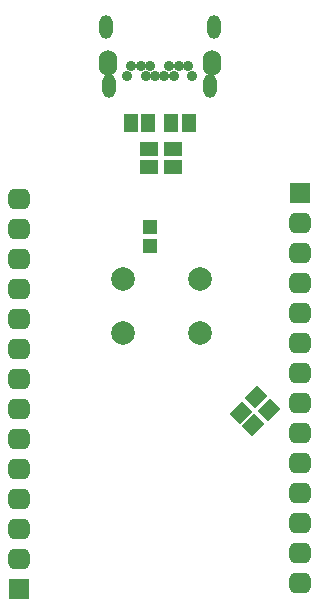
<source format=gbs>
G04*
G04 #@! TF.GenerationSoftware,Altium Limited,Altium Designer,20.0.13 (296)*
G04*
G04 Layer_Color=16711935*
%FSLAX44Y44*%
%MOMM*%
G71*
G01*
G75*
%ADD24R,1.5032X1.2032*%
%ADD25R,1.2032X1.2032*%
%ADD33R,1.2032X1.5032*%
%ADD34C,2.0032*%
%ADD35R,1.7032X1.7032*%
G04:AMPARAMS|DCode=36|XSize=1.8032mm|YSize=1.7032mm|CornerRadius=0.4766mm|HoleSize=0mm|Usage=FLASHONLY|Rotation=180.000|XOffset=0mm|YOffset=0mm|HoleType=Round|Shape=RoundedRectangle|*
%AMROUNDEDRECTD36*
21,1,1.8032,0.7500,0,0,180.0*
21,1,0.8500,1.7032,0,0,180.0*
1,1,0.9532,-0.4250,0.3750*
1,1,0.9532,0.4250,0.3750*
1,1,0.9532,0.4250,-0.3750*
1,1,0.9532,-0.4250,-0.3750*
%
%ADD36ROUNDEDRECTD36*%
%ADD37O,1.5332X2.1832*%
%ADD38C,0.8832*%
%ADD39O,1.1532X2.0032*%
G04:AMPARAMS|DCode=52|XSize=1.5032mm|YSize=1.2032mm|CornerRadius=0mm|HoleSize=0mm|Usage=FLASHONLY|Rotation=225.000|XOffset=0mm|YOffset=0mm|HoleType=Round|Shape=Rectangle|*
%AMROTATEDRECTD52*
4,1,4,0.1061,0.9569,0.9569,0.1061,-0.1061,-0.9569,-0.9569,-0.1061,0.1061,0.9569,0.0*
%
%ADD52ROTATEDRECTD52*%

D24*
X153000Y416500D02*
D03*
Y401500D02*
D03*
X133000Y416500D02*
D03*
Y401500D02*
D03*
D25*
X134000Y334000D02*
D03*
Y350000D02*
D03*
D33*
X132500Y438000D02*
D03*
X117500D02*
D03*
X151500D02*
D03*
X166500D02*
D03*
D34*
X111000Y261000D02*
D03*
X176000D02*
D03*
Y306000D02*
D03*
X111000D02*
D03*
D35*
X261000Y379000D02*
D03*
X23000Y43600D02*
D03*
D36*
X261000Y353600D02*
D03*
Y328200D02*
D03*
Y302800D02*
D03*
Y277400D02*
D03*
Y252000D02*
D03*
Y226600D02*
D03*
Y201200D02*
D03*
Y175800D02*
D03*
Y150400D02*
D03*
Y125000D02*
D03*
Y99600D02*
D03*
Y74200D02*
D03*
Y48800D02*
D03*
X23000Y69000D02*
D03*
Y94400D02*
D03*
Y119800D02*
D03*
Y145200D02*
D03*
Y170600D02*
D03*
Y196000D02*
D03*
Y221400D02*
D03*
Y246800D02*
D03*
Y272200D02*
D03*
Y297600D02*
D03*
Y323000D02*
D03*
Y348400D02*
D03*
Y373800D02*
D03*
D37*
X98100Y489500D02*
D03*
X185900D02*
D03*
D38*
X158000Y487000D02*
D03*
X150000D02*
D03*
X169500Y478000D02*
D03*
X166000Y487000D02*
D03*
X154000Y478000D02*
D03*
X146000D02*
D03*
X138000D02*
D03*
X130000D02*
D03*
X134000Y487000D02*
D03*
X126000D02*
D03*
X118000D02*
D03*
X114500Y478000D02*
D03*
D39*
X184950Y469700D02*
D03*
X99050D02*
D03*
X187750Y520000D02*
D03*
X96250D02*
D03*
D52*
X234303Y195697D02*
D03*
X223697Y206303D02*
D03*
X221303Y182697D02*
D03*
X210697Y193303D02*
D03*
M02*

</source>
